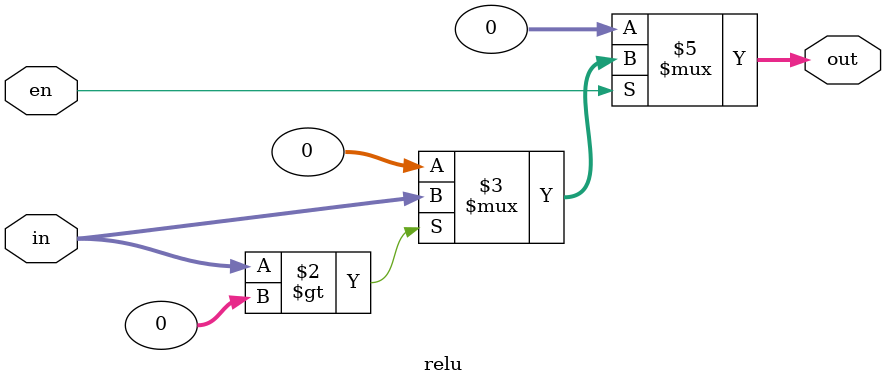
<source format=sv>
module relu #(
  parameter int unsigned DATA_WIDTH = 32
) (
  input en,
  input [DATA_WIDTH-1:0] in,
  output logic [DATA_WIDTH-1:0] out
);

always_comb begin
  if (en) begin
    out = $signed(in) > 0 ? $signed(in) : {DATA_WIDTH{1'b0}};
  end else begin
    out = {DATA_WIDTH{1'b0}};
  end
end

endmodule

</source>
